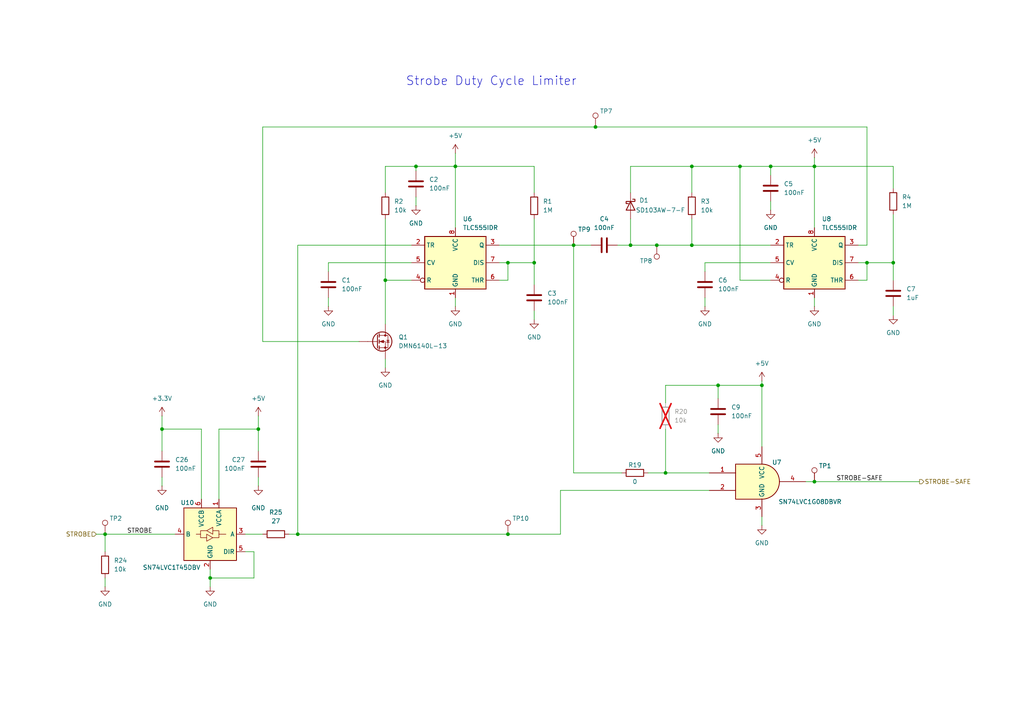
<source format=kicad_sch>
(kicad_sch (version 20250114) (generator "eeschema") (generator_version "9.0")
  (paper "A4")
  (title_block (title "Dual RPi5 Connector Board") (date "2025-09-04") (rev "Rev.1") (company "PiTrac"))
  (lib_symbols
    (symbol "74xGxx:74LVC1G08"
      (property "Reference" "U" (at -5.08 7.62 0))
      (property "Value" "74LVC1G08" (at 7.62 -7.62 0))
      (symbol "74LVC1G08_0_1"
        (arc (start 0 5.08) (mid 5.0579 0) (end 0 -5.08) (stroke (width 0.254)) (fill (type background)))
        (polyline (pts (xy 0 -5.08) (xy -7.62 -5.08) (xy -7.62 5.08) (xy 0 5.08)) (stroke (width 0.254)) (fill (type background)))
      )
      (symbol "74LVC1G08_1_1"
        (pin input line (at -15.24 2.54 0) (length 7.62) (name "~") (number "1"))
        (pin input line (at -15.24 -2.54 0) (length 7.62) (name "~") (number "2"))
        (pin power_in line (at 0 10.16 270) (length 5.08) (name "VCC") (number "5"))
        (pin power_in line (at 0 -10.16 90) (length 5.08) (name "GND") (number "3"))
        (pin output line (at 12.7 0 180) (length 7.62) (name "~") (number "4"))
      )
    )
    (symbol "Connector:TestPoint" (pin_numbers (hide yes)) (pin_names (offset 0.762) (hide yes))
      (property "Reference" "TP" (at 0 6.858 0))
      (property "Value" "TestPoint" (at 0 5.08 0))
      (symbol "TestPoint_0_1"
        (circle (center 0 3.302) (radius 0.762))
      )
      (symbol "TestPoint_1_1"
        (pin passive line (at 0 0 90) (length 2.54) (name "1") (number "1"))
      )
    )
    (symbol "Device:C" (pin_numbers (hide yes)) (pin_names (offset 0.254))
      (property "Reference" "C" (at 0.635 2.54 0))
      (property "Value" "C" (at 0.635 -2.54 0))
      (symbol "C_0_1"
        (polyline (pts (xy -2.032 0.762) (xy 2.032 0.762)) (stroke (width 0.508)))
        (polyline (pts (xy -2.032 -0.762) (xy 2.032 -0.762)) (stroke (width 0.508)))
      )
      (symbol "C_1_1"
        (pin passive line (at 0 3.81 270) (length 2.794) (name "~") (number "1"))
        (pin passive line (at 0 -3.81 90) (length 2.794) (name "~") (number "2"))
      )
    )
    (symbol "Device:D_Schottky" (pin_numbers (hide yes)) (pin_names (offset 1.016) (hide yes))
      (property "Reference" "D" (at 0 2.54 0))
      (property "Value" "D_Schottky" (at 0 -2.54 0))
      (symbol "D_Schottky_0_1"
        (polyline (pts (xy -1.905 0.635) (xy -1.905 1.27) (xy -1.27 1.27) (xy -1.27 -1.27) (xy -0.635 -1.27) (xy -0.635 -0.635)) (stroke (width 0.254)))
        (polyline (pts (xy 1.27 1.27) (xy 1.27 -1.27) (xy -1.27 0) (xy 1.27 1.27)) (stroke (width 0.254)))
        (polyline (pts (xy 1.27 0) (xy -1.27 0)))
      )
      (symbol "D_Schottky_1_1"
        (pin passive line (at -3.81 0 0) (length 2.54) (name "K") (number "1"))
        (pin passive line (at 3.81 0 180) (length 2.54) (name "A") (number "2"))
      )
    )
    (symbol "Device:Q_NMOS" (pin_numbers (hide yes)) (pin_names (offset 0) (hide yes))
      (property "Reference" "Q1" (at 6.35 1.2701 0))
      (property "Value" "DMG2302UKQ-7" (at 6.35 -1.2699 0))
      (symbol "Q_NMOS_0_1"
        (polyline (pts (xy 0.254 1.905) (xy 0.254 -1.905)) (stroke (width 0.254)))
        (polyline (pts (xy 0.254 0) (xy -2.54 0)))
        (polyline (pts (xy 0.762 2.286) (xy 0.762 1.27)) (stroke (width 0.254)))
        (polyline (pts (xy 0.762 0.508) (xy 0.762 -0.508)) (stroke (width 0.254)))
        (polyline (pts (xy 0.762 -1.27) (xy 0.762 -2.286)) (stroke (width 0.254)))
        (polyline (pts (xy 0.762 -1.778) (xy 3.302 -1.778) (xy 3.302 1.778) (xy 0.762 1.778)))
        (polyline (pts (xy 1.016 0) (xy 2.032 0.381) (xy 2.032 -0.381) (xy 1.016 0)) (fill (type outline)))
        (circle (center 1.651 0) (radius 2.794) (stroke (width 0.254)))
        (polyline (pts (xy 2.54 2.54) (xy 2.54 1.778)))
        (circle (center 2.54 1.778) (radius 0.254) (fill (type outline)))
        (circle (center 2.54 -1.778) (radius 0.254) (fill (type outline)))
        (polyline (pts (xy 2.54 -2.54) (xy 2.54 0) (xy 0.762 0)))
        (polyline (pts (xy 2.921 0.381) (xy 3.683 0.381)))
        (polyline (pts (xy 3.302 0.381) (xy 2.921 -0.254) (xy 3.683 -0.254) (xy 3.302 0.381)))
      )
      (symbol "Q_NMOS_1_1"
        (pin input line (at -5.08 0 0) (length 2.54) (name "1") (number "1"))
        (pin passive line (at 2.54 5.08 270) (length 2.54) (name "3") (number "3"))
        (pin passive line (at 2.54 -5.08 90) (length 2.54) (name "2") (number "2"))
      )
    )
    (symbol "Device:R" (pin_numbers (hide yes)) (pin_names (offset 0))
      (property "Reference" "R" (at 2.032 0 90))
      (property "Value" "R" (at 0 0 90))
      (symbol "R_0_1"
        (rectangle (start -1.016 -2.54) (end 1.016 2.54) (stroke (width 0.254)))
      )
      (symbol "R_1_1"
        (pin passive line (at 0 3.81 270) (length 1.27) (name "~") (number "1"))
        (pin passive line (at 0 -3.81 90) (length 1.27) (name "~") (number "2"))
      )
    )
    (symbol "Logic_LevelTranslator:SN74LVC1T45DBV"
      (property "Reference" "U" (at -6.35 8.89 0))
      (property "Value" "SN74LVC1T45DBV" (at 3.81 8.89 0))
      (symbol "SN74LVC1T45DBV_0_1"
        (rectangle (start -7.62 7.62) (end 7.62 -7.62) (stroke (width 0.254)) (fill (type background)))
        (polyline (pts (xy -2.54 0) (xy -2.54 1.016) (xy -0.762 1.016)))
        (polyline (pts (xy -0.762 0) (xy -0.762 2.032) (xy 1.016 1.016) (xy -0.762 0)))
        (polyline (pts (xy -0.762 -1.016) (xy -2.54 -1.016) (xy -2.54 0) (xy -4.572 0)))
        (polyline (pts (xy 1.016 1.016) (xy 2.794 1.016) (xy 2.794 0) (xy 4.064 0)))
        (polyline (pts (xy 1.016 0) (xy 1.016 -1.778) (xy 1.016 -2.032) (xy -0.762 -1.016) (xy 1.016 0)))
        (polyline (pts (xy 2.794 0) (xy 2.794 -1.016) (xy 1.016 -1.016)))
      )
      (symbol "SN74LVC1T45DBV_1_1"
        (pin bidirectional line (at -10.16 0 0) (length 2.54) (name "A") (number "3"))
        (pin input line (at -10.16 -5.08 0) (length 2.54) (name "DIR") (number "5"))
        (pin power_in line (at -2.54 10.16 270) (length 2.54) (name "VCCA") (number "1"))
        (pin power_in line (at 0 -10.16 90) (length 2.54) (name "GND") (number "2"))
        (pin power_in line (at 2.54 10.16 270) (length 2.54) (name "VCCB") (number "6"))
        (pin bidirectional line (at 10.16 0 180) (length 2.54) (name "B") (number "4"))
      )
    )
    (symbol "Timer:TLC555xD"
      (property "Reference" "U" (at -10.16 8.89 0))
      (property "Value" "TLC555xD" (at 2.54 8.89 0))
      (symbol "TLC555xD_0_0"
        (pin power_in line (at 0 10.16 270) (length 2.54) (name "VCC") (number "8"))
        (pin power_in line (at 0 -10.16 90) (length 2.54) (name "GND") (number "1"))
      )
      (symbol "TLC555xD_0_1"
        (rectangle (start -8.89 -7.62) (end 8.89 7.62) (stroke (width 0.254)) (fill (type background)))
        (rectangle (start -8.89 -7.62) (end 8.89 7.62) (stroke (width 0.254)) (fill (type background)))
      )
      (symbol "TLC555xD_1_1"
        (pin input line (at -12.7 5.08 0) (length 3.81) (name "TR") (number "2"))
        (pin input line (at -12.7 0 0) (length 3.81) (name "CV") (number "5"))
        (pin input inverted (at -12.7 -5.08 0) (length 3.81) (name "R") (number "4"))
        (pin output line (at 12.7 5.08 180) (length 3.81) (name "Q") (number "3"))
        (pin input line (at 12.7 0 180) (length 3.81) (name "DIS") (number "7"))
        (pin input line (at 12.7 -5.08 180) (length 3.81) (name "THR") (number "6"))
      )
    )
    (symbol "power:+5V" (power) (pin_numbers (hide yes)) (pin_names (offset 0) (hide yes))
      (property "Value" "+5V" (at 0 3.556 0))
      (symbol "+5V_0_1"
        (polyline (pts (xy -0.762 1.27) (xy 0 2.54)))
        (polyline (pts (xy 0 2.54) (xy 0.762 1.27)))
        (polyline (pts (xy 0 0) (xy 0 2.54)))
      )
      (symbol "+5V_1_1"
        (pin power_in line (at 0 0 90) (length 0) (name "~") (number "1"))
      )
    )
    (symbol "power:GND" (power) (pin_numbers (hide yes)) (pin_names (offset 0) (hide yes))
      (property "Value" "GND" (at 0 -3.81 0))
      (symbol "GND_0_1"
        (polyline (pts (xy 0 0) (xy 0 -1.27) (xy 1.27 -1.27) (xy 0 -2.54) (xy -1.27 -1.27) (xy 0 -1.27)))
      )
      (symbol "GND_1_1"
        (pin power_in line (at 0 0 270) (length 0) (name "~") (number "1"))
      )
    )
  )
  (text "Strobe Duty Cycle Limiter" (at 142.494 23.622 0) (effects (font (size 2.54 2.54))))
  (junction (at 154.94 76.2))
  (junction (at 251.46 76.2))
  (junction (at 200.66 71.12))
  (junction (at 74.93 124.46))
  (junction (at 236.22 139.7))
  (junction (at 111.76 81.28))
  (junction (at 190.5 71.12))
  (junction (at 200.66 48.26))
  (junction (at 259.08 76.2))
  (junction (at 193.04 137.16))
  (junction (at 220.98 111.76))
  (junction (at 166.37 71.12))
  (junction (at 30.48 154.94))
  (junction (at 208.28 111.76))
  (junction (at 86.36 154.94))
  (junction (at 46.99 124.46))
  (junction (at 172.72 36.83))
  (junction (at 132.08 48.26))
  (junction (at 236.22 48.26))
  (junction (at 120.65 48.26))
  (junction (at 223.52 48.26))
  (junction (at 147.32 154.94))
  (junction (at 214.63 48.26))
  (junction (at 182.88 71.12))
  (junction (at 60.96 167.64))
  (junction (at 147.32 76.2))
  (wire (pts (xy 162.56 154.94) (xy 162.56 142.24)))
  (wire (pts (xy 104.14 99.06) (xy 76.2 99.06)))
  (wire (pts (xy 223.52 50.8) (xy 223.52 48.26)))
  (wire (pts (xy 179.07 71.12) (xy 182.88 71.12)))
  (wire (pts (xy 83.82 154.94) (xy 86.36 154.94)))
  (wire (pts (xy 86.36 71.12) (xy 119.38 71.12)))
  (wire (pts (xy 132.08 86.36) (xy 132.08 88.9)))
  (wire (pts (xy 120.65 57.15) (xy 120.65 59.69)))
  (wire (pts (xy 147.32 154.94) (xy 162.56 154.94)))
  (wire (pts (xy 259.08 76.2) (xy 259.08 81.28)))
  (wire (pts (xy 236.22 139.7) (xy 266.7 139.7)))
  (wire (pts (xy 46.99 120.65) (xy 46.99 124.46)))
  (wire (pts (xy 172.72 36.83) (xy 251.46 36.83)))
  (wire (pts (xy 132.08 44.45) (xy 132.08 48.26)))
  (wire (pts (xy 132.08 48.26) (xy 132.08 66.04)))
  (wire (pts (xy 200.66 63.5) (xy 200.66 71.12)))
  (wire (pts (xy 220.98 111.76) (xy 220.98 129.54)))
  (wire (pts (xy 111.76 55.88) (xy 111.76 48.26)))
  (wire (pts (xy 193.04 111.76) (xy 193.04 116.84)))
  (wire (pts (xy 144.78 81.28) (xy 147.32 81.28)))
  (wire (pts (xy 200.66 71.12) (xy 223.52 71.12)))
  (wire (pts (xy 200.66 48.26) (xy 200.66 55.88)))
  (wire (pts (xy 251.46 36.83) (xy 251.46 71.12)))
  (wire (pts (xy 204.47 78.74) (xy 204.47 76.2)))
  (wire (pts (xy 76.2 99.06) (xy 76.2 36.83)))
  (wire (pts (xy 46.99 130.81) (xy 46.99 124.46)))
  (wire (pts (xy 166.37 137.16) (xy 180.34 137.16)))
  (wire (pts (xy 251.46 76.2) (xy 259.08 76.2)))
  (wire (pts (xy 60.96 167.64) (xy 73.66 167.64)))
  (wire (pts (xy 208.28 111.76) (xy 220.98 111.76)))
  (wire (pts (xy 248.92 81.28) (xy 251.46 81.28)))
  (wire (pts (xy 95.25 86.36) (xy 95.25 88.9)))
  (wire (pts (xy 74.93 120.65) (xy 74.93 124.46)))
  (wire (pts (xy 182.88 71.12) (xy 190.5 71.12)))
  (wire (pts (xy 111.76 104.14) (xy 111.76 106.68)))
  (wire (pts (xy 30.48 154.94) (xy 30.48 160.02)))
  (wire (pts (xy 30.48 170.18) (xy 30.48 167.64)))
  (wire (pts (xy 259.08 88.9) (xy 259.08 91.44)))
  (wire (pts (xy 251.46 81.28) (xy 251.46 76.2)))
  (wire (pts (xy 154.94 48.26) (xy 132.08 48.26)))
  (wire (pts (xy 154.94 63.5) (xy 154.94 76.2)))
  (wire (pts (xy 111.76 48.26) (xy 120.65 48.26)))
  (wire (pts (xy 46.99 124.46) (xy 58.42 124.46)))
  (wire (pts (xy 166.37 71.12) (xy 171.45 71.12)))
  (wire (pts (xy 208.28 123.19) (xy 208.28 125.73)))
  (wire (pts (xy 248.92 76.2) (xy 251.46 76.2)))
  (wire (pts (xy 74.93 124.46) (xy 63.5 124.46)))
  (wire (pts (xy 144.78 76.2) (xy 147.32 76.2)))
  (wire (pts (xy 147.32 81.28) (xy 147.32 76.2)))
  (wire (pts (xy 147.32 76.2) (xy 154.94 76.2)))
  (wire (pts (xy 46.99 138.43) (xy 46.99 140.97)))
  (wire (pts (xy 154.94 76.2) (xy 154.94 82.55)))
  (wire (pts (xy 223.52 81.28) (xy 214.63 81.28)))
  (wire (pts (xy 60.96 170.18) (xy 60.96 167.64)))
  (wire (pts (xy 208.28 115.57) (xy 208.28 111.76)))
  (wire (pts (xy 233.68 139.7) (xy 236.22 139.7)))
  (wire (pts (xy 251.46 71.12) (xy 248.92 71.12)))
  (wire (pts (xy 120.65 49.53) (xy 120.65 48.26)))
  (wire (pts (xy 220.98 149.86) (xy 220.98 152.4)))
  (wire (pts (xy 27.94 154.94) (xy 30.48 154.94)))
  (wire (pts (xy 95.25 76.2) (xy 119.38 76.2)))
  (wire (pts (xy 193.04 137.16) (xy 205.74 137.16)))
  (wire (pts (xy 190.5 71.12) (xy 200.66 71.12)))
  (wire (pts (xy 236.22 48.26) (xy 236.22 66.04)))
  (wire (pts (xy 214.63 48.26) (xy 223.52 48.26)))
  (wire (pts (xy 74.93 130.81) (xy 74.93 124.46)))
  (wire (pts (xy 204.47 76.2) (xy 223.52 76.2)))
  (wire (pts (xy 73.66 160.02) (xy 73.66 167.64)))
  (wire (pts (xy 259.08 54.61) (xy 259.08 48.26)))
  (wire (pts (xy 259.08 62.23) (xy 259.08 76.2)))
  (wire (pts (xy 193.04 124.46) (xy 193.04 137.16)))
  (wire (pts (xy 187.96 137.16) (xy 193.04 137.16)))
  (wire (pts (xy 71.12 160.02) (xy 73.66 160.02)))
  (wire (pts (xy 236.22 86.36) (xy 236.22 88.9)))
  (wire (pts (xy 63.5 124.46) (xy 63.5 144.78)))
  (wire (pts (xy 200.66 48.26) (xy 214.63 48.26)))
  (wire (pts (xy 182.88 55.88) (xy 182.88 48.26)))
  (wire (pts (xy 223.52 58.42) (xy 223.52 60.96)))
  (wire (pts (xy 60.96 165.1) (xy 60.96 167.64)))
  (wire (pts (xy 208.28 111.76) (xy 193.04 111.76)))
  (wire (pts (xy 111.76 63.5) (xy 111.76 81.28)))
  (wire (pts (xy 86.36 154.94) (xy 147.32 154.94)))
  (wire (pts (xy 95.25 78.74) (xy 95.25 76.2)))
  (wire (pts (xy 220.98 110.49) (xy 220.98 111.76)))
  (wire (pts (xy 111.76 81.28) (xy 119.38 81.28)))
  (wire (pts (xy 166.37 137.16) (xy 166.37 71.12)))
  (wire (pts (xy 204.47 86.36) (xy 204.47 88.9)))
  (wire (pts (xy 182.88 63.5) (xy 182.88 71.12)))
  (wire (pts (xy 30.48 154.94) (xy 50.8 154.94)))
  (wire (pts (xy 259.08 48.26) (xy 236.22 48.26)))
  (wire (pts (xy 182.88 48.26) (xy 200.66 48.26)))
  (wire (pts (xy 162.56 142.24) (xy 205.74 142.24)))
  (wire (pts (xy 236.22 45.72) (xy 236.22 48.26)))
  (wire (pts (xy 74.93 138.43) (xy 74.93 140.97)))
  (wire (pts (xy 166.37 71.12) (xy 144.78 71.12)))
  (wire (pts (xy 154.94 55.88) (xy 154.94 48.26)))
  (wire (pts (xy 214.63 48.26) (xy 214.63 81.28)))
  (wire (pts (xy 86.36 71.12) (xy 86.36 154.94)))
  (wire (pts (xy 111.76 81.28) (xy 111.76 93.98)))
  (wire (pts (xy 120.65 48.26) (xy 132.08 48.26)))
  (wire (pts (xy 223.52 48.26) (xy 236.22 48.26)))
  (wire (pts (xy 58.42 124.46) (xy 58.42 144.78)))
  (wire (pts (xy 71.12 154.94) (xy 76.2 154.94)))
  (wire (pts (xy 76.2 36.83) (xy 172.72 36.83)))
  (wire (pts (xy 154.94 90.17) (xy 154.94 92.71)))
  (label "STROBE" (at 36.83 154.94 0))
  (label "STROBE-SAFE" (at 242.57 139.7 0))
  (hierarchical_label "STROBE" (shape input) (at 27.94 154.94 180))
  (hierarchical_label "STROBE-SAFE" (shape output) (at 266.7 139.7 0))
  (symbol (lib_id "Logic_LevelTranslator:SN74LVC1T45DBV") (at 60.96 154.94 0) (mirror y) (unit 1)
    (property "Reference" "U10" (at 54.356 145.796 0))
    (property "Value" "SN74LVC1T45DBV" (at 49.784 164.592 0))
    (property "Footprint" "Package_TO_SOT_SMD:SOT-23-6" (effects (hide yes)))
    (property "Datasheet" "http://www.ti.com/lit/ds/symlink/sn74lvc1t45.pdf" (effects (hide yes)))
    (property "Description" "Single-Bit Dual-Supply Bus Transceiver With Configurable Voltage Translation and 3-State Outputs, SOT-23-6" (effects (hide yes)))
  )
  (symbol (lib_id "power:GND") (at 120.65 59.69 0) (unit 1)
    (property "Reference" "#PWR03" (effects (hide yes)))
    (property "Value" "GND" (at 120.65 64.77 0))
    (property "Description" "Power symbol creates a global label with name \"GND\" , ground" (effects (hide yes)))
  )
  (symbol (lib_id "Device:C") (at 223.52 54.61 0) (unit 1)
    (property "Reference" "C5" (at 227.33 53.3399 0) (effects (justify left)))
    (property "Value" "100nF" (at 227.33 55.8799 0) (effects (justify left)))
    (property "Footprint" "Capacitor_SMD:C_0603_1608Metric_Pad1.08x0.95mm_HandSolder" (effects (hide yes)))
    (property "Datasheet" "https://pim.murata.com/en-us/pim/details/?partNum=GCJ188R71H104KA12D" (effects (hide yes)))
    (property "Description" "Unpolarized capacitor" (effects (hide yes)))
    (property "Part Number" "GCJ188R71H104KA12D" (effects (hide yes)))
  )
  (symbol (lib_id "Device:C") (at 259.08 85.09 0) (unit 1)
    (property "Reference" "C7" (at 262.89 83.8199 0) (effects (justify left)))
    (property "Value" "1uF" (at 262.89 86.3599 0) (effects (justify left)))
    (property "Footprint" "Capacitor_SMD:C_0603_1608Metric_Pad1.08x0.95mm_HandSolder" (effects (hide yes)))
    (property "Datasheet" "https://pim.murata.com/en-us/pim/details/?partNum=GCM188R71E105KA64%23" (effects (hide yes)))
    (property "Description" "Unpolarized capacitor" (effects (hide yes)))
    (property "Part Number" "GCM188R71C105KA64J" (effects (hide yes)))
  )
  (symbol (lib_id "Timer:TLC555xD") (at 132.08 76.2 0) (unit 1)
    (property "Reference" "U6" (at 134.2233 63.5 0) (effects (justify left)))
    (property "Value" "TLC555IDR" (at 134.2233 66.04 0) (effects (justify left)))
    (property "Footprint" "Pi Connector Parts:SOIC-8_3.9x4.9mm_P1.27mm_HandSolder" (effects (hide yes)))
    (property "Datasheet" "http://www.ti.com/lit/ds/symlink/tlc555.pdf" (effects (hide yes)))
    (property "Description" "Single LinCMOS Timer, 555 compatible, SOIC-8" (effects (hide yes)))
  )
  (symbol (lib_id "power:GND") (at 154.94 92.71 0) (unit 1)
    (property "Reference" "#PWR01" (effects (hide yes)))
    (property "Value" "GND" (at 154.94 97.79 0))
    (property "Description" "Power symbol creates a global label with name \"GND\" , ground" (effects (hide yes)))
  )
  (symbol (lib_id "Device:C") (at 120.65 53.34 0) (unit 1)
    (property "Reference" "C2" (at 124.46 52.0699 0) (effects (justify left)))
    (property "Value" "100nF" (at 124.46 54.6099 0) (effects (justify left)))
    (property "Footprint" "Capacitor_SMD:C_0603_1608Metric_Pad1.08x0.95mm_HandSolder" (effects (hide yes)))
    (property "Datasheet" "https://pim.murata.com/en-us/pim/details/?partNum=GCJ188R71H104KA12D" (effects (hide yes)))
    (property "Description" "Unpolarized capacitor" (effects (hide yes)))
    (property "Part Number" "GCJ188R71H104KA12D" (effects (hide yes)))
  )
  (symbol (lib_id "Device:C") (at 95.25 82.55 0) (unit 1)
    (property "Reference" "C1" (at 99.06 81.2799 0) (effects (justify left)))
    (property "Value" "100nF" (at 99.06 83.8199 0) (effects (justify left)))
    (property "Footprint" "Capacitor_SMD:C_0603_1608Metric_Pad1.08x0.95mm_HandSolder" (effects (hide yes)))
    (property "Datasheet" "https://pim.murata.com/en-us/pim/details/?partNum=GCJ188R71H104KA12D" (effects (hide yes)))
    (property "Description" "Unpolarized capacitor" (effects (hide yes)))
    (property "Part Number" "GCJ188R71H104KA12D" (effects (hide yes)))
  )
  (symbol (lib_id "Device:R") (at 30.48 163.83 0) (unit 1)
    (property "Reference" "R24" (at 33.02 162.5599 0) (effects (justify left)))
    (property "Value" "10k" (at 33.02 165.0999 0) (effects (justify left)))
    (property "Footprint" "Resistor_SMD:R_0603_1608Metric_Pad0.98x0.95mm_HandSolder" (effects (hide yes)))
    (property "Description" "Resistor" (effects (hide yes)))
    (property "Part Number" "RC0603FR-0710KL" (effects (hide yes)))
  )
  (symbol (lib_id "Device:Q_NMOS") (at 109.22 99.06 0) (unit 1)
    (property "Reference" "Q1" (at 115.57 97.7899 0) (effects (justify left)))
    (property "Value" "DMN6140L-13" (at 115.57 100.3299 0) (effects (justify left)))
    (property "Footprint" "Package_TO_SOT_SMD:SOT-23-3" (effects (hide yes)))
    (property "Datasheet" "https://www.diodes.com/assets/Datasheets/DMN6140L.pdf" (effects (hide yes)))
    (property "Description" "N-MOSFET transistor" (effects (hide yes)))
  )
  (symbol (lib_id "power:GND") (at 74.93 140.97 0) (mirror y) (unit 1)
    (property "Reference" "#PWR060" (effects (hide yes)))
    (property "Value" "GND" (at 74.93 147.32 0))
    (property "Description" "Power symbol creates a global label with name \"GND\" , ground" (effects (hide yes)))
  )
  (symbol (lib_id "power:+5V") (at 236.22 45.72 0) (unit 1)
    (property "Reference" "#PWR015" (effects (hide yes)))
    (property "Value" "+5V" (at 236.22 40.64 0))
    (property "Description" "Power symbol creates a global label with name \"+5V\"" (effects (hide yes)))
  )
  (symbol (lib_id "power:GND") (at 46.99 140.97 0) (unit 1)
    (property "Reference" "#PWR059" (effects (hide yes)))
    (property "Value" "GND" (at 46.99 147.32 0))
    (property "Description" "Power symbol creates a global label with name \"GND\" , ground" (effects (hide yes)))
  )
  (symbol (lib_id "Device:C") (at 74.93 134.62 0) (mirror y) (unit 1)
    (property "Reference" "C27" (at 71.12 133.3499 0) (effects (justify left)))
    (property "Value" "100nF" (at 71.12 135.8899 0) (effects (justify left)))
    (property "Footprint" "Capacitor_SMD:C_0603_1608Metric_Pad1.08x0.95mm_HandSolder" (effects (hide yes)))
    (property "Datasheet" "https://pim.murata.com/en-us/pim/details/?partNum=GCJ188R71H104KA12D" (effects (hide yes)))
    (property "Description" "Unpolarized capacitor" (effects (hide yes)))
    (property "Part Number" "GCJ188R71H104KA12D" (effects (hide yes)))
  )
  (symbol (lib_id "power:GND") (at 236.22 88.9 0) (unit 1)
    (property "Reference" "#PWR016" (effects (hide yes)))
    (property "Value" "GND" (at 236.22 93.98 0))
    (property "Description" "Power symbol creates a global label with name \"GND\" , ground" (effects (hide yes)))
  )
  (symbol (lib_id "power:GND") (at 223.52 60.96 0) (unit 1)
    (property "Reference" "#PWR05" (effects (hide yes)))
    (property "Value" "GND" (at 223.52 66.04 0))
    (property "Description" "Power symbol creates a global label with name \"GND\" , ground" (effects (hide yes)))
  )
  (symbol (lib_id "Device:C") (at 175.26 71.12 90) (unit 1)
    (property "Reference" "C4" (at 175.26 63.5 90))
    (property "Value" "100nF" (at 175.26 66.04 90))
    (property "Footprint" "Capacitor_SMD:C_0603_1608Metric_Pad1.08x0.95mm_HandSolder" (effects (hide yes)))
    (property "Datasheet" "https://pim.murata.com/en-us/pim/details/?partNum=GCJ188R71H104KA12D" (effects (hide yes)))
    (property "Description" "Unpolarized capacitor" (effects (hide yes)))
    (property "Part Number" "GCJ188R71H104KA12D" (effects (hide yes)))
  )
  (symbol (lib_id "Device:R") (at 80.01 154.94 90) (unit 1)
    (property "Reference" "R25" (at 80.01 148.59 90))
    (property "Value" "27" (at 80.01 151.13 90))
    (property "Footprint" "Resistor_SMD:R_0603_1608Metric_Pad0.98x0.95mm_HandSolder" (effects (hide yes)))
    (property "Description" "Resistor" (effects (hide yes)))
    (property "Part Number" "RC0603FR-0727RL" (effects (hide yes)))
  )
  (symbol (lib_id "74xGxx:74LVC1G08") (at 220.98 139.7 0) (unit 1)
    (property "Reference" "U7" (at 225.298 134.112 0))
    (property "Value" "SN74LVC1G08DBVR" (at 234.95 145.542 0))
    (property "Footprint" "Package_TO_SOT_SMD:SOT-23-5_HandSoldering" (effects (hide yes)))
    (property "Datasheet" "https://www.ti.com/lit/ds/symlink/sn74lvc1g08.pdf" (effects (hide yes)))
    (property "Description" "Single AND Gate, Low-Voltage CMOS" (effects (hide yes)))
  )
  (symbol (lib_id "power:GND") (at 204.47 88.9 0) (unit 1)
    (property "Reference" "#PWR06" (effects (hide yes)))
    (property "Value" "GND" (at 204.47 93.98 0))
    (property "Description" "Power symbol creates a global label with name \"GND\" , ground" (effects (hide yes)))
  )
  (symbol (lib_id "power:GND") (at 95.25 88.9 0) (unit 1)
    (property "Reference" "#PWR02" (effects (hide yes)))
    (property "Value" "GND" (at 95.25 93.98 0))
    (property "Description" "Power symbol creates a global label with name \"GND\" , ground" (effects (hide yes)))
  )
  (symbol (lib_id "Device:R") (at 259.08 58.42 0) (unit 1)
    (property "Reference" "R4" (at 261.62 57.1499 0) (effects (justify left)))
    (property "Value" "1M" (at 261.62 59.6899 0) (effects (justify left)))
    (property "Footprint" "Resistor_SMD:R_0603_1608Metric_Pad0.98x0.95mm_HandSolder" (effects (hide yes)))
    (property "Description" "Resistor" (effects (hide yes)))
    (property "Part Number" "RC0603FR-071ML" (effects (hide yes)))
  )
  (symbol (lib_id "Device:R") (at 193.04 120.65 0) (unit 1) (dnp yes)
    (property "Reference" "R20" (at 195.58 119.3799 0) (effects (justify left)))
    (property "Value" "10k" (at 195.58 121.9199 0) (effects (justify left)))
    (property "Footprint" "Resistor_SMD:R_0603_1608Metric_Pad0.98x0.95mm_HandSolder" (effects (hide yes)))
    (property "Description" "Resistor" (effects (hide yes)))
    (property "Part Number" "RC0603FR-0710KL" (effects (hide yes)))
  )
  (symbol (lib_id "Connector:TestPoint") (at 190.5 71.12 180) (unit 1)
    (property "Reference" "TP8" (at 189.23 75.692 0) (effects (justify left)))
    (property "Value" "TestPoint" (effects (hide yes)))
    (property "Footprint" "TestPoint:TestPoint_Pad_D1.0mm" (effects (hide yes)))
    (property "Description" "test point" (effects (hide yes)))
  )
  (symbol (lib_id "Device:R") (at 154.94 59.69 0) (unit 1)
    (property "Reference" "R1" (at 157.48 58.4199 0) (effects (justify left)))
    (property "Value" "1M" (at 157.48 60.9599 0) (effects (justify left)))
    (property "Footprint" "Resistor_SMD:R_0603_1608Metric_Pad0.98x0.95mm_HandSolder" (effects (hide yes)))
    (property "Description" "Resistor" (effects (hide yes)))
    (property "Part Number" "RC0603FR-071ML" (effects (hide yes)))
  )
  (symbol (lib_id "power:GND") (at 60.96 170.18 0) (mirror y) (unit 1)
    (property "Reference" "#PWR058" (effects (hide yes)))
    (property "Value" "GND" (at 60.96 175.26 0))
    (property "Description" "Power symbol creates a global label with name \"GND\" , ground" (effects (hide yes)))
  )
  (symbol (lib_id "Connector:TestPoint") (at 236.22 139.7 0) (unit 1)
    (property "Reference" "TP1" (at 237.49 135.128 0) (effects (justify left)))
    (property "Value" "TestPoint" (effects (hide yes)))
    (property "Footprint" "TestPoint:TestPoint_Pad_D1.0mm" (effects (hide yes)))
    (property "Description" "test point" (effects (hide yes)))
  )
  (symbol (lib_id "power:+5V") (at 74.93 120.65 0) (unit 1)
    (property "Reference" "#PWR061" (effects (hide yes)))
    (property "Value" "+5V" (at 74.93 115.57 0))
    (property "Description" "Power symbol creates a global label with name \"+5V\"" (effects (hide yes)))
  )
  (symbol (lib_id "Connector:TestPoint") (at 166.37 71.12 0) (unit 1)
    (property "Reference" "TP9" (at 167.64 66.548 0) (effects (justify left)))
    (property "Value" "TestPoint" (effects (hide yes)))
    (property "Footprint" "TestPoint:TestPoint_Pad_D1.0mm" (effects (hide yes)))
    (property "Description" "test point" (effects (hide yes)))
  )
  (symbol (lib_id "Device:C") (at 204.47 82.55 0) (unit 1)
    (property "Reference" "C6" (at 208.28 81.2799 0) (effects (justify left)))
    (property "Value" "100nF" (at 208.28 83.8199 0) (effects (justify left)))
    (property "Footprint" "Capacitor_SMD:C_0603_1608Metric_Pad1.08x0.95mm_HandSolder" (effects (hide yes)))
    (property "Datasheet" "https://pim.murata.com/en-us/pim/details/?partNum=GCJ188R71H104KA12D" (effects (hide yes)))
    (property "Description" "Unpolarized capacitor" (effects (hide yes)))
    (property "Part Number" "GCJ188R71H104KA12D" (effects (hide yes)))
  )
  (symbol (lib_id "Connector:TestPoint") (at 30.48 154.94 0) (unit 1)
    (property "Reference" "TP2" (at 31.75 150.368 0) (effects (justify left)))
    (property "Value" "TestPoint" (effects (hide yes)))
    (property "Footprint" "TestPoint:TestPoint_Pad_D1.0mm" (effects (hide yes)))
    (property "Description" "test point" (effects (hide yes)))
  )
  (symbol (lib_id "power:+5V") (at 220.98 110.49 0) (unit 1)
    (property "Reference" "#PWR013" (effects (hide yes)))
    (property "Value" "+5V" (at 220.98 105.41 0))
    (property "Description" "Power symbol creates a global label with name \"+5V\"" (effects (hide yes)))
  )
  (symbol (lib_id "power:GND") (at 30.48 170.18 0) (mirror y) (unit 1)
    (property "Reference" "#PWR063" (effects (hide yes)))
    (property "Value" "GND" (at 30.48 175.26 0))
    (property "Description" "Power symbol creates a global label with name \"GND\" , ground" (effects (hide yes)))
  )
  (symbol (lib_id "Device:R") (at 200.66 59.69 0) (unit 1)
    (property "Reference" "R3" (at 203.2 58.4199 0) (effects (justify left)))
    (property "Value" "10k" (at 203.2 60.9599 0) (effects (justify left)))
    (property "Footprint" "Resistor_SMD:R_0603_1608Metric_Pad0.98x0.95mm_HandSolder" (effects (hide yes)))
    (property "Description" "Resistor" (effects (hide yes)))
    (property "Part Number" "RC0603FR-0710KL" (effects (hide yes)))
  )
  (symbol (lib_id "Connector:TestPoint") (at 172.72 36.83 0) (unit 1)
    (property "Reference" "TP7" (at 173.99 32.258 0) (effects (justify left)))
    (property "Value" "TestPoint" (effects (hide yes)))
    (property "Footprint" "TestPoint:TestPoint_Pad_D1.0mm" (effects (hide yes)))
    (property "Description" "test point" (effects (hide yes)))
  )
  (symbol (lib_id "Connector:TestPoint") (at 147.32 154.94 0) (unit 1)
    (property "Reference" "TP10" (at 148.59 150.368 0) (effects (justify left)))
    (property "Value" "TestPoint" (effects (hide yes)))
    (property "Footprint" "TestPoint:TestPoint_Pad_D1.0mm" (effects (hide yes)))
    (property "Description" "test point" (effects (hide yes)))
  )
  (symbol (lib_id "power:GND") (at 220.98 152.4 0) (unit 1)
    (property "Reference" "#PWR014" (effects (hide yes)))
    (property "Value" "GND" (at 220.98 157.48 0))
    (property "Description" "Power symbol creates a global label with name \"GND\" , ground" (effects (hide yes)))
  )
  (symbol (lib_id "power:GND") (at 259.08 91.44 0) (unit 1)
    (property "Reference" "#PWR07" (effects (hide yes)))
    (property "Value" "GND" (at 259.08 96.52 0))
    (property "Description" "Power symbol creates a global label with name \"GND\" , ground" (effects (hide yes)))
  )
  (symbol (lib_id "power:GND") (at 208.28 125.73 0) (unit 1)
    (property "Reference" "#PWR017" (effects (hide yes)))
    (property "Value" "GND" (at 208.28 130.81 0))
    (property "Description" "Power symbol creates a global label with name \"GND\" , ground" (effects (hide yes)))
  )
  (symbol (lib_id "power:+5V") (at 46.99 120.65 0) (unit 1)
    (property "Reference" "#PWR062" (effects (hide yes)))
    (property "Value" "+3.3V" (at 46.99 115.57 0))
    (property "Description" "Power symbol creates a global label with name \"+5V\"" (effects (hide yes)))
  )
  (symbol (lib_id "power:GND") (at 132.08 88.9 0) (unit 1)
    (property "Reference" "#PWR012" (effects (hide yes)))
    (property "Value" "GND" (at 132.08 93.98 0))
    (property "Description" "Power symbol creates a global label with name \"GND\" , ground" (effects (hide yes)))
  )
  (symbol (lib_id "Device:R") (at 111.76 59.69 0) (unit 1)
    (property "Reference" "R2" (at 114.3 58.4199 0) (effects (justify left)))
    (property "Value" "10k" (at 114.3 60.9599 0) (effects (justify left)))
    (property "Footprint" "Resistor_SMD:R_0603_1608Metric_Pad0.98x0.95mm_HandSolder" (effects (hide yes)))
    (property "Description" "Resistor" (effects (hide yes)))
    (property "Part Number" "RC0603FR-0710KL" (effects (hide yes)))
  )
  (symbol (lib_id "Timer:TLC555xD") (at 236.22 76.2 0) (unit 1)
    (property "Reference" "U8" (at 238.3633 63.5 0) (effects (justify left)))
    (property "Value" "TLC555IDR" (at 238.3633 66.04 0) (effects (justify left)))
    (property "Footprint" "Pi Connector Parts:SOIC-8_3.9x4.9mm_P1.27mm_HandSolder" (effects (hide yes)))
    (property "Datasheet" "http://www.ti.com/lit/ds/symlink/tlc555.pdf" (effects (hide yes)))
    (property "Description" "Single LinCMOS Timer, 555 compatible, SOIC-8" (effects (hide yes)))
  )
  (symbol (lib_id "power:+5V") (at 132.08 44.45 0) (unit 1)
    (property "Reference" "#PWR011" (effects (hide yes)))
    (property "Value" "+5V" (at 132.08 39.37 0))
    (property "Description" "Power symbol creates a global label with name \"+5V\"" (effects (hide yes)))
  )
  (symbol (lib_id "Device:C") (at 46.99 134.62 0) (unit 1)
    (property "Reference" "C26" (at 50.8 133.3499 0) (effects (justify left)))
    (property "Value" "100nF" (at 50.8 135.8899 0) (effects (justify left)))
    (property "Footprint" "Capacitor_SMD:C_0603_1608Metric_Pad1.08x0.95mm_HandSolder" (effects (hide yes)))
    (property "Datasheet" "https://pim.murata.com/en-us/pim/details/?partNum=GCJ188R71H104KA12D" (effects (hide yes)))
    (property "Description" "Unpolarized capacitor" (effects (hide yes)))
    (property "Part Number" "GCJ188R71H104KA12D" (effects (hide yes)))
  )
  (symbol (lib_id "Device:C") (at 154.94 86.36 0) (unit 1)
    (property "Reference" "C3" (at 158.75 85.0899 0) (effects (justify left)))
    (property "Value" "100nF" (at 158.75 87.6299 0) (effects (justify left)))
    (property "Footprint" "Capacitor_SMD:C_0603_1608Metric_Pad1.08x0.95mm_HandSolder" (effects (hide yes)))
    (property "Datasheet" "https://pim.murata.com/en-us/pim/details/?partNum=GCJ188R71H104KA12D" (effects (hide yes)))
    (property "Description" "Unpolarized capacitor" (effects (hide yes)))
    (property "Part Number" "GCJ188R71H104KA12D" (effects (hide yes)))
  )
  (symbol (lib_id "Device:C") (at 208.28 119.38 0) (unit 1)
    (property "Reference" "C9" (at 212.09 118.1099 0) (effects (justify left)))
    (property "Value" "100nF" (at 212.09 120.6499 0) (effects (justify left)))
    (property "Footprint" "Capacitor_SMD:C_0603_1608Metric_Pad1.08x0.95mm_HandSolder" (effects (hide yes)))
    (property "Datasheet" "https://pim.murata.com/en-us/pim/details/?partNum=GCJ188R71H104KA12D" (effects (hide yes)))
    (property "Description" "Unpolarized capacitor" (effects (hide yes)))
    (property "Part Number" "GCJ188R71H104KA12D" (effects (hide yes)))
  )
  (symbol (lib_id "Device:D_Schottky") (at 182.88 59.69 270) (unit 1)
    (property "Reference" "D1" (at 185.42 58.1024 90) (effects (justify left)))
    (property "Value" "SD103AW-7-F" (at 184.404 60.96 90) (effects (justify left)))
    (property "Footprint" "Pi Connector Parts:D_SOD-123_HandSolder" (effects (hide yes)))
    (property "Datasheet" "https://www.diodes.com/assets/Datasheets/SD103AW-SD103CW.pdf" (effects (hide yes)))
    (property "Description" "Schottky diode" (effects (hide yes)))
  )
  (symbol (lib_id "Device:R") (at 184.15 137.16 90) (unit 1)
    (property "Reference" "R19" (at 184.15 134.874 90))
    (property "Value" "0" (at 184.15 139.7 90))
    (property "Footprint" "Resistor_SMD:R_0603_1608Metric_Pad0.98x0.95mm_HandSolder" (effects (hide yes)))
    (property "Description" "Resistor" (effects (hide yes)))
    (property "Part Number" "RC0603JR-070RL" (effects (hide yes)))
  )
  (symbol (lib_id "power:GND") (at 111.76 106.68 0) (unit 1)
    (property "Reference" "#PWR04" (effects (hide yes)))
    (property "Value" "GND" (at 111.76 111.76 0))
    (property "Description" "Power symbol creates a global label with name \"GND\" , ground" (effects (hide yes)))
  )
)
</source>
